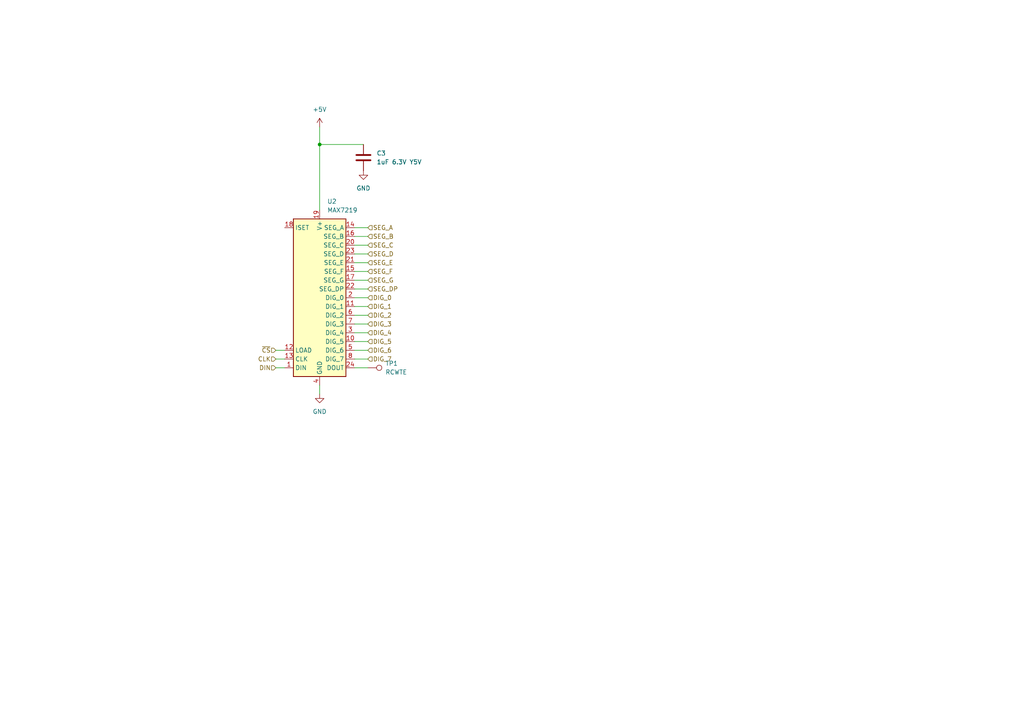
<source format=kicad_sch>
(kicad_sch (version 20230121) (generator eeschema)
  (paper "A4")
  (lib_symbols
    (symbol "Connector:TestPoint" (pin_numbers hide) (pin_names (offset 0.762) hide)
      (property "Reference" "TP" (at 0 6.858 0))
      (property "Value" "TestPoint" (at 0 5.08 0))
      (symbol "TestPoint_0_1"
        (circle (center 0 3.302) (radius 0.762))
      )
      (symbol "TestPoint_1_1"
        (pin passive line (at 0 0 90) (length 2.54) (name "1") (number "1"))
      )
    )
    (symbol "Device:C" (pin_numbers hide) (pin_names (offset 0.254))
      (property "Reference" "C" (at 0.635 2.54 0))
      (property "Value" "C" (at 0.635 -2.54 0))
      (symbol "C_0_1"
        (polyline (pts (xy -2.032 -0.762) (xy 2.032 -0.762)) (stroke (width 0.508)))
        (polyline (pts (xy -2.032 0.762) (xy 2.032 0.762)) (stroke (width 0.508)))
      )
      (symbol "C_1_1"
        (pin passive line (at 0 3.81 270) (length 2.794) (name "~") (number "1"))
        (pin passive line (at 0 -3.81 90) (length 2.794) (name "~") (number "2"))
      )
    )
    (symbol "Driver_LED:MAX7219"
      (property "Reference" "U" (at -6.35 24.13 0))
      (property "Value" "MAX7219" (at 1.27 25.4 0))
      (symbol "MAX7219_0_1"
        (rectangle (start -7.62 22.86) (end 7.62 -22.86) (stroke (width 0.254)) (fill (type background)))
      )
      (symbol "MAX7219_1_1"
        (pin input line (at -10.16 -20.32 0) (length 2.54) (name "DIN") (number "1"))
        (pin output line (at 10.16 -12.7 180) (length 2.54) (name "DIG_5") (number "10"))
        (pin output line (at 10.16 -2.54 180) (length 2.54) (name "DIG_1") (number "11"))
        (pin input line (at -10.16 -15.24 0) (length 2.54) (name "LOAD") (number "12"))
        (pin input line (at -10.16 -17.78 0) (length 2.54) (name "CLK") (number "13"))
        (pin output line (at 10.16 20.32 180) (length 2.54) (name "SEG_A") (number "14"))
        (pin output line (at 10.16 7.62 180) (length 2.54) (name "SEG_F") (number "15"))
        (pin output line (at 10.16 17.78 180) (length 2.54) (name "SEG_B") (number "16"))
        (pin output line (at 10.16 5.08 180) (length 2.54) (name "SEG_G") (number "17"))
        (pin input line (at -10.16 20.32 0) (length 2.54) (name "ISET") (number "18"))
        (pin power_in line (at 0 25.4 270) (length 2.54) (name "V+") (number "19"))
        (pin output line (at 10.16 0 180) (length 2.54) (name "DIG_0") (number "2"))
        (pin output line (at 10.16 15.24 180) (length 2.54) (name "SEG_C") (number "20"))
        (pin output line (at 10.16 10.16 180) (length 2.54) (name "SEG_E") (number "21"))
        (pin output line (at 10.16 2.54 180) (length 2.54) (name "SEG_DP") (number "22"))
        (pin output line (at 10.16 12.7 180) (length 2.54) (name "SEG_D") (number "23"))
        (pin output line (at 10.16 -20.32 180) (length 2.54) (name "DOUT") (number "24"))
        (pin output line (at 10.16 -10.16 180) (length 2.54) (name "DIG_4") (number "3"))
        (pin power_in line (at 0 -25.4 90) (length 2.54) (name "GND") (number "4"))
        (pin output line (at 10.16 -15.24 180) (length 2.54) (name "DIG_6") (number "5"))
        (pin output line (at 10.16 -5.08 180) (length 2.54) (name "DIG_2") (number "6"))
        (pin output line (at 10.16 -7.62 180) (length 2.54) (name "DIG_3") (number "7"))
        (pin output line (at 10.16 -17.78 180) (length 2.54) (name "DIG_7") (number "8"))
        (pin passive line (at 0 -25.4 90) (length 2.54) hide (name "GND") (number "9"))
      )
    )
    (symbol "power:+5V" (power) (pin_names (offset 0))
      (property "Value" "+5V" (at 0 3.556 0))
      (symbol "+5V_0_1"
        (polyline (pts (xy -0.762 1.27) (xy 0 2.54)))
        (polyline (pts (xy 0 0) (xy 0 2.54)))
        (polyline (pts (xy 0 2.54) (xy 0.762 1.27)))
      )
      (symbol "+5V_1_1"
        (pin power_in line (at 0 0 90) (length 0) hide (name "+5V") (number "1"))
      )
    )
    (symbol "power:GND" (power) (pin_names (offset 0))
      (property "Value" "GND" (at 0 -3.81 0))
      (symbol "GND_0_1"
        (polyline (pts (xy 0 0) (xy 0 -1.27) (xy 1.27 -1.27) (xy 0 -2.54) (xy -1.27 -1.27) (xy 0 -1.27)))
      )
      (symbol "GND_1_1"
        (pin power_in line (at 0 0 270) (length 0) hide (name "GND") (number "1"))
      )
    )
  )
  (junction (at 92.71 41.91))
  (wire (pts (xy 92.71 36.83) (xy 92.71 41.91)))
  (wire (pts (xy 80.01 104.14) (xy 82.55 104.14)))
  (wire (pts (xy 92.71 111.76) (xy 92.71 114.3)))
  (wire (pts (xy 102.87 81.28) (xy 106.68 81.28)))
  (wire (pts (xy 102.87 93.98) (xy 106.68 93.98)))
  (wire (pts (xy 80.01 106.68) (xy 82.55 106.68)))
  (wire (pts (xy 102.87 71.12) (xy 106.68 71.12)))
  (wire (pts (xy 102.87 73.66) (xy 106.68 73.66)))
  (wire (pts (xy 80.01 101.6) (xy 82.55 101.6)))
  (wire (pts (xy 102.87 88.9) (xy 106.68 88.9)))
  (wire (pts (xy 102.87 68.58) (xy 106.68 68.58)))
  (wire (pts (xy 102.87 78.74) (xy 106.68 78.74)))
  (wire (pts (xy 102.87 101.6) (xy 106.68 101.6)))
  (wire (pts (xy 102.87 104.14) (xy 106.68 104.14)))
  (wire (pts (xy 102.87 76.2) (xy 106.68 76.2)))
  (wire (pts (xy 102.87 66.04) (xy 106.68 66.04)))
  (wire (pts (xy 102.87 86.36) (xy 106.68 86.36)))
  (wire (pts (xy 92.71 41.91) (xy 92.71 60.96)))
  (wire (pts (xy 102.87 106.68) (xy 106.68 106.68)))
  (wire (pts (xy 102.87 91.44) (xy 106.68 91.44)))
  (wire (pts (xy 102.87 96.52) (xy 106.68 96.52)))
  (wire (pts (xy 102.87 83.82) (xy 106.68 83.82)))
  (wire (pts (xy 92.71 41.91) (xy 105.41 41.91)))
  (wire (pts (xy 102.87 99.06) (xy 106.68 99.06)))
  (hierarchical_label "SEG_D" (shape input) (at 106.68 73.66 0))
  (hierarchical_label "DIG_5" (shape input) (at 106.68 99.06 0))
  (hierarchical_label "DIN" (shape input) (at 80.01 106.68 180))
  (hierarchical_label "SEG_G" (shape input) (at 106.68 81.28 0))
  (hierarchical_label "SEG_B" (shape input) (at 106.68 68.58 0))
  (hierarchical_label "DIG_7" (shape input) (at 106.68 104.14 0))
  (hierarchical_label "SEG_C" (shape input) (at 106.68 71.12 0))
  (hierarchical_label "~{CS}" (shape input) (at 80.01 101.6 180))
  (hierarchical_label "DIG_3" (shape input) (at 106.68 93.98 0))
  (hierarchical_label "SEG_E" (shape input) (at 106.68 76.2 0))
  (hierarchical_label "DIG_4" (shape input) (at 106.68 96.52 0))
  (hierarchical_label "CLK" (shape input) (at 80.01 104.14 180))
  (hierarchical_label "SEG_F" (shape input) (at 106.68 78.74 0))
  (hierarchical_label "DIG_2" (shape input) (at 106.68 91.44 0))
  (hierarchical_label "DIG_6" (shape input) (at 106.68 101.6 0))
  (hierarchical_label "SEG_A" (shape input) (at 106.68 66.04 0))
  (hierarchical_label "SEG_DP" (shape input) (at 106.68 83.82 0))
  (hierarchical_label "DIG_0" (shape input) (at 106.68 86.36 0))
  (hierarchical_label "DIG_1" (shape input) (at 106.68 88.9 0))
  (symbol (lib_id "power:GND") (at 92.71 114.3 0) (unit 1)
    (property "Reference" "#PWR05" (effects hide))
    (property "Value" "GND" (at 92.71 119.38 0))
  )
  (symbol (lib_id "power:+5V") (at 92.71 36.83 0) (unit 1)
    (property "Reference" "#PWR06" (effects hide))
    (property "Value" "+5V" (at 92.71 31.75 0))
  )
  (symbol (lib_id "Driver_LED:MAX7219") (at 92.71 86.36 0) (unit 1)
    (property "Reference" "U2" (at 94.9041 58.42 0) (effects (justify left)))
    (property "Value" "MAX7219" (at 94.9041 60.96 0) (effects (justify left)))
    (property "Footprint" "Package_SO:SOP-24_7.5x15.4mm_P1.27mm" (effects hide))
    (property "Datasheet" "https://datasheet.lcsc.com/lcsc/2305251403_HGSEMI-MAX7219M-TR_C6705351.pdf" (effects hide))
  )
  (symbol (lib_id "power:GND") (at 105.41 49.53 0) (unit 1)
    (property "Reference" "#PWR017" (effects hide))
    (property "Value" "GND" (at 105.41 54.61 0))
  )
  (symbol (lib_id "Connector:TestPoint") (at 106.68 106.68 270) (unit 1)
    (property "Reference" "TP1" (at 111.76 105.41 90) (effects (justify left)))
    (property "Value" "RCWTE" (at 111.76 107.95 90) (effects (justify left)))
    (property "Footprint" "TestPoint:TestPoint_Keystone_5015_Micro-Minature" (effects hide))
    (property "Datasheet" "https://www.koaspeer.com/pdfs/RC.pdf" (effects hide))
  )
  (symbol (lib_id "Device:C") (at 105.41 45.72 0) (unit 1)
    (property "Reference" "C3" (at 109.22 44.45 0) (effects (justify left)))
    (property "Value" "1uF 6.3V Y5V" (at 109.22 46.99 0) (effects (justify left)))
    (property "Footprint" "Capacitor_SMD:C_0603_1608Metric" (effects hide))
  )
)
</source>
